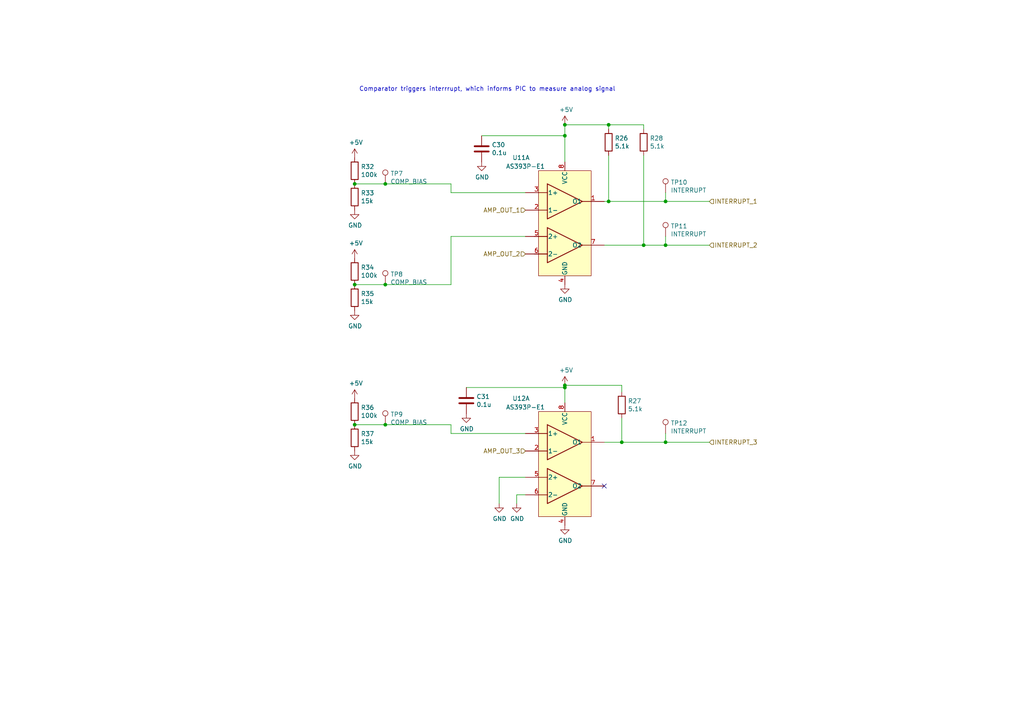
<source format=kicad_sch>
(kicad_sch (version 20211123) (generator eeschema)
  (paper "A4")
  (lib_symbols
    (symbol "Connector:TestPoint" (pin_numbers hide) (pin_names (offset 0.762) hide)
      (property "Reference" "TP" (at 0 6.858 0))
      (property "Value" "TestPoint" (at 0 5.08 0))
      (symbol "TestPoint_0_1"
        (circle (center 0 3.302) (radius 0.762))
      )
      (symbol "TestPoint_1_1"
        (pin passive line (at 0 0 90) (length 2.54) (name "1") (number "1"))
      )
    )
    (symbol "Device:C" (pin_numbers hide) (pin_names (offset 0.254))
      (property "Reference" "C" (at 0.635 2.54 0))
      (property "Value" "C" (at 0.635 -2.54 0))
      (symbol "C_0_1"
        (polyline (pts (xy -2.032 -0.762) (xy 2.032 -0.762)) (stroke (width 0.508)))
        (polyline (pts (xy -2.032 0.762) (xy 2.032 0.762)) (stroke (width 0.508)))
      )
      (symbol "C_1_1"
        (pin passive line (at 0 3.81 270) (length 2.794) (name "~") (number "1"))
        (pin passive line (at 0 -3.81 90) (length 2.794) (name "~") (number "2"))
      )
    )
    (symbol "Device:R" (pin_numbers hide) (pin_names (offset 0))
      (property "Reference" "R" (at 2.032 0 90))
      (property "Value" "R" (at 0 0 90))
      (symbol "R_0_1"
        (rectangle (start -1.016 -2.54) (end 1.016 2.54) (stroke (width 0.254)))
      )
      (symbol "R_1_1"
        (pin passive line (at 0 3.81 270) (length 1.27) (name "~") (number "1"))
        (pin passive line (at 0 -3.81 90) (length 1.27) (name "~") (number "2"))
      )
    )
    (symbol "canhw:AS393P-E1" (pin_names (offset 0.127))
      (property "Reference" "U" (at 6.35 19.05 0))
      (property "Value" "AS393P-E1" (at 11.43 16.51 0))
      (symbol "AS393P-E1_1_1"
        (rectangle (start -7.62 15.24) (end 7.62 -15.24) (fill (type background)))
        (polyline (pts (xy -8.89 -8.89) (xy -5.08 -8.89)))
        (polyline (pts (xy -8.89 -3.81) (xy -5.08 -3.81)))
        (polyline (pts (xy -5.08 -1.27) (xy 5.08 -6.35) (xy -5.08 -11.43) (xy -5.08 -1.27)) (stroke (width 0.254)) (fill (type background)))
        (polyline (pts (xy -5.08 11.43) (xy 5.08 6.35) (xy -5.08 1.27) (xy -5.08 11.43)) (stroke (width 0.254)) (fill (type background)))
        (pin open_collector line (at 11.43 6.35 180) (length 6.4008) (name "O1") (number "1"))
        (pin input line (at -11.43 3.81 0) (length 6.4008) (name "1-") (number "2"))
        (pin input line (at -11.43 8.89 0) (length 6.4008) (name "1+") (number "3"))
        (pin power_out line (at 0 -17.78 90) (length 2.54) (name "GND") (number "4"))
        (pin input line (at -11.43 -3.81 0) (length 6.4008) (name "2+") (number "5"))
        (pin input line (at -11.43 -8.89 0) (length 6.4008) (name "2-") (number "6"))
        (pin open_collector line (at 11.43 -6.35 180) (length 6.4008) (name "O2") (number "7"))
        (pin power_in line (at 0 17.78 270) (length 2.54) (name "VCC") (number "8"))
      )
      (symbol "AS393P-E1_2_1"
        (polyline (pts (xy -5.08 5.08) (xy 5.08 0) (xy -5.08 -5.08) (xy -5.08 5.08)) (stroke (width 0.254)) (fill (type background)))
        (pin input line (at -7.62 2.54 0) (length 2.54) (name "+") (number "5"))
        (pin input line (at -7.62 -2.54 0) (length 2.54) (name "_") (number "6"))
        (pin open_collector line (at 7.62 0 180) (length 2.54) (name "~") (number "7"))
      )
      (symbol "AS393P-E1_3_1"
        (pin power_in line (at -2.54 -7.62 90) (length 3.81) (name "V-") (number "4"))
        (pin power_in line (at -2.54 7.62 270) (length 3.81) (name "V+") (number "8"))
      )
    )
    (symbol "power:+5V" (power) (pin_names (offset 0))
      (property "Value" "+5V" (at 0 3.556 0))
      (symbol "+5V_0_1"
        (polyline (pts (xy -0.762 1.27) (xy 0 2.54)))
        (polyline (pts (xy 0 0) (xy 0 2.54)))
        (polyline (pts (xy 0 2.54) (xy 0.762 1.27)))
      )
      (symbol "+5V_1_1"
        (pin power_in line (at 0 0 90) (length 0) hide (name "+5V") (number "1"))
      )
    )
    (symbol "power:GND" (power) (pin_names (offset 0))
      (property "Value" "GND" (at 0 -3.81 0))
      (symbol "GND_0_1"
        (polyline (pts (xy 0 0) (xy 0 -1.27) (xy 1.27 -1.27) (xy 0 -2.54) (xy -1.27 -1.27) (xy 0 -1.27)))
      )
      (symbol "GND_1_1"
        (pin power_in line (at 0 0 270) (length 0) hide (name "GND") (number "1"))
      )
    )
  )
  (junction (at 111.76 53.34))
  (junction (at 176.53 36.195))
  (junction (at 163.83 39.37))
  (junction (at 111.76 82.55))
  (junction (at 176.53 58.42))
  (junction (at 193.04 128.27))
  (junction (at 163.83 112.395))
  (junction (at 111.76 123.19))
  (junction (at 180.34 128.27))
  (junction (at 193.04 58.42))
  (junction (at 163.83 36.195))
  (junction (at 102.87 53.34))
  (junction (at 102.87 82.55))
  (junction (at 163.83 111.76))
  (junction (at 186.69 71.12))
  (junction (at 102.87 123.19))
  (junction (at 193.04 71.12))
  (no_connect (at 175.26 140.97))
  (wire (pts (xy 176.53 45.085) (xy 176.53 58.42)))
  (wire (pts (xy 102.87 82.55) (xy 111.76 82.55)))
  (wire (pts (xy 180.34 128.27) (xy 193.04 128.27)))
  (wire (pts (xy 152.4 125.73) (xy 130.81 125.73)))
  (wire (pts (xy 175.26 128.27) (xy 180.34 128.27)))
  (wire (pts (xy 205.74 128.27) (xy 193.04 128.27)))
  (wire (pts (xy 130.81 68.58) (xy 130.81 82.55)))
  (wire (pts (xy 149.86 143.51) (xy 152.4 143.51)))
  (wire (pts (xy 149.86 146.05) (xy 149.86 143.51)))
  (wire (pts (xy 163.83 36.195) (xy 163.83 39.37)))
  (wire (pts (xy 130.81 125.73) (xy 130.81 123.19)))
  (wire (pts (xy 152.4 138.43) (xy 144.78 138.43)))
  (wire (pts (xy 102.87 123.19) (xy 111.76 123.19)))
  (wire (pts (xy 180.34 111.76) (xy 180.34 113.665)))
  (wire (pts (xy 102.87 53.34) (xy 111.76 53.34)))
  (wire (pts (xy 135.255 112.395) (xy 163.83 112.395)))
  (wire (pts (xy 176.53 36.195) (xy 186.69 36.195)))
  (wire (pts (xy 152.4 68.58) (xy 130.81 68.58)))
  (wire (pts (xy 144.78 138.43) (xy 144.78 146.05)))
  (wire (pts (xy 205.74 58.42) (xy 193.04 58.42)))
  (wire (pts (xy 130.81 53.34) (xy 130.81 55.88)))
  (wire (pts (xy 176.53 36.195) (xy 176.53 37.465)))
  (wire (pts (xy 163.83 36.195) (xy 176.53 36.195)))
  (wire (pts (xy 205.74 71.12) (xy 193.04 71.12)))
  (wire (pts (xy 163.83 116.84) (xy 163.83 112.395)))
  (wire (pts (xy 163.83 39.37) (xy 163.83 46.99)))
  (wire (pts (xy 130.81 55.88) (xy 152.4 55.88)))
  (wire (pts (xy 111.76 123.19) (xy 130.81 123.19)))
  (wire (pts (xy 175.26 71.12) (xy 186.69 71.12)))
  (wire (pts (xy 111.76 82.55) (xy 130.81 82.55)))
  (wire (pts (xy 193.04 68.58) (xy 193.04 71.12)))
  (wire (pts (xy 176.53 58.42) (xy 193.04 58.42)))
  (wire (pts (xy 186.69 71.12) (xy 193.04 71.12)))
  (wire (pts (xy 139.7 39.37) (xy 163.83 39.37)))
  (wire (pts (xy 193.04 125.73) (xy 193.04 128.27)))
  (wire (pts (xy 163.83 111.76) (xy 180.34 111.76)))
  (wire (pts (xy 186.69 36.195) (xy 186.69 37.465)))
  (wire (pts (xy 186.69 45.085) (xy 186.69 71.12)))
  (wire (pts (xy 180.34 121.285) (xy 180.34 128.27)))
  (wire (pts (xy 111.76 53.34) (xy 130.81 53.34)))
  (wire (pts (xy 193.04 55.88) (xy 193.04 58.42)))
  (wire (pts (xy 175.26 58.42) (xy 176.53 58.42)))
  (wire (pts (xy 163.83 112.395) (xy 163.83 111.76)))
  (text "Comparator triggers interrrupt, which informs PIC to measure analog signal" (at 104.14 26.67 0) (effects (font (size 1.27 1.27)) (justify left bottom)))
  (hierarchical_label "AMP_OUT_1" (shape input) (at 152.4 60.96 180))
  (hierarchical_label "AMP_OUT_3" (shape input) (at 152.4 130.81 180))
  (hierarchical_label "INTERRUPT_3" (shape input) (at 205.74 128.27 0))
  (hierarchical_label "INTERRUPT_2" (shape input) (at 205.74 71.12 0))
  (hierarchical_label "INTERRUPT_1" (shape input) (at 205.74 58.42 0))
  (hierarchical_label "AMP_OUT_2" (shape input) (at 152.4 73.66 180))
  (symbol (lib_id "canhw:AS393P-E1") (at 163.83 64.77 0) (unit 1)
    (property "Reference" "U11" (at 151.13 45.72 0))
    (property "Value" "AS393P-E1" (at 152.4 48.26 0))
    (property "Footprint" "Package_DIP:DIP-8_W7.62mm" (effects hide))
    (property "Datasheet" "https://datasheet.octopart.com/AS393P-E1-Diodes-Inc.-datasheet-24967545.pdf" (effects hide))
  )
  (symbol (lib_id "Connector:TestPoint") (at 193.04 55.88 0) (unit 1)
    (property "Reference" "TP10" (at 194.5132 52.8828 0) (effects (justify left)))
    (property "Value" "INTERRUPT" (at 194.5132 55.1942 0) (effects (justify left)))
    (property "Footprint" "Connector_PinHeader_2.54mm:PinHeader_1x01_P2.54mm_Vertical" (effects hide))
  )
  (symbol (lib_id "Connector:TestPoint") (at 193.04 68.58 0) (unit 1)
    (property "Reference" "TP11" (at 194.5132 65.5828 0) (effects (justify left)))
    (property "Value" "INTERRUPT" (at 194.5132 67.8942 0) (effects (justify left)))
    (property "Footprint" "Connector_PinHeader_2.54mm:PinHeader_1x01_P2.54mm_Vertical" (effects hide))
  )
  (symbol (lib_id "power:+5V") (at 163.83 36.195 0) (unit 1)
    (property "Reference" "#PWR057" (effects hide))
    (property "Value" "+5V" (at 164.211 31.8008 0))
  )
  (symbol (lib_id "Device:C") (at 139.7 43.18 0) (unit 1)
    (property "Reference" "C30" (at 142.621 42.0116 0) (effects (justify left)))
    (property "Value" "0.1u" (at 142.621 44.323 0) (effects (justify left)))
    (property "Footprint" "Capacitor_SMD:C_0805_2012Metric_Pad1.15x1.40mm_HandSolder" (effects hide))
  )
  (symbol (lib_id "power:GND") (at 139.7 46.99 0) (unit 1)
    (property "Reference" "#PWR061" (effects hide))
    (property "Value" "GND" (at 139.827 51.3842 0))
  )
  (symbol (lib_id "Device:R") (at 102.87 57.15 0) (unit 1)
    (property "Reference" "R33" (at 104.648 55.9816 0) (effects (justify left)))
    (property "Value" "15k" (at 104.648 58.293 0) (effects (justify left)))
    (property "Footprint" "Resistor_SMD:R_0805_2012Metric_Pad1.15x1.40mm_HandSolder" (effects hide))
  )
  (symbol (lib_id "Device:R") (at 102.87 49.53 0) (unit 1)
    (property "Reference" "R32" (at 104.648 48.3616 0) (effects (justify left)))
    (property "Value" "100k" (at 104.648 50.673 0) (effects (justify left)))
    (property "Footprint" "Resistor_SMD:R_0805_2012Metric_Pad1.15x1.40mm_HandSolder" (effects hide))
  )
  (symbol (lib_id "power:GND") (at 102.87 60.96 0) (unit 1)
    (property "Reference" "#PWR052" (effects hide))
    (property "Value" "GND" (at 102.997 65.3542 0))
  )
  (symbol (lib_id "power:+5V") (at 102.87 45.72 0) (unit 1)
    (property "Reference" "#PWR051" (effects hide))
    (property "Value" "+5V" (at 103.251 41.3258 0))
  )
  (symbol (lib_id "Connector:TestPoint") (at 111.76 53.34 0) (unit 1)
    (property "Reference" "TP7" (at 113.2332 50.3428 0) (effects (justify left)))
    (property "Value" "COMP_BIAS" (at 113.2332 52.6542 0) (effects (justify left)))
    (property "Footprint" "Connector_PinHeader_2.54mm:PinHeader_1x01_P2.54mm_Vertical" (effects hide))
  )
  (symbol (lib_id "Device:R") (at 102.87 86.36 0) (unit 1)
    (property "Reference" "R35" (at 104.648 85.1916 0) (effects (justify left)))
    (property "Value" "15k" (at 104.648 87.503 0) (effects (justify left)))
    (property "Footprint" "Resistor_SMD:R_0805_2012Metric_Pad1.15x1.40mm_HandSolder" (effects hide))
  )
  (symbol (lib_id "Device:R") (at 102.87 78.74 0) (unit 1)
    (property "Reference" "R34" (at 104.648 77.5716 0) (effects (justify left)))
    (property "Value" "100k" (at 104.648 79.883 0) (effects (justify left)))
    (property "Footprint" "Resistor_SMD:R_0805_2012Metric_Pad1.15x1.40mm_HandSolder" (effects hide))
  )
  (symbol (lib_id "power:GND") (at 102.87 90.17 0) (unit 1)
    (property "Reference" "#PWR054" (effects hide))
    (property "Value" "GND" (at 102.997 94.5642 0))
  )
  (symbol (lib_id "power:+5V") (at 102.87 74.93 0) (unit 1)
    (property "Reference" "#PWR053" (effects hide))
    (property "Value" "+5V" (at 103.251 70.5358 0))
  )
  (symbol (lib_id "Connector:TestPoint") (at 111.76 82.55 0) (unit 1)
    (property "Reference" "TP8" (at 113.2332 79.5528 0) (effects (justify left)))
    (property "Value" "COMP_BIAS" (at 113.2332 81.8642 0) (effects (justify left)))
    (property "Footprint" "Connector_PinHeader_2.54mm:PinHeader_1x01_P2.54mm_Vertical" (effects hide))
  )
  (symbol (lib_id "canhw:AS393P-E1") (at 163.83 134.62 0) (unit 1)
    (property "Reference" "U12" (at 151.13 115.57 0))
    (property "Value" "AS393P-E1" (at 152.4 118.11 0))
    (property "Footprint" "Package_DIP:DIP-8_W7.62mm" (effects hide))
    (property "Datasheet" "https://datasheet.octopart.com/AS393P-E1-Diodes-Inc.-datasheet-24967545.pdf" (effects hide))
  )
  (symbol (lib_id "Connector:TestPoint") (at 193.04 125.73 0) (unit 1)
    (property "Reference" "TP12" (at 194.5132 122.7328 0) (effects (justify left)))
    (property "Value" "INTERRUPT" (at 194.5132 125.0442 0) (effects (justify left)))
    (property "Footprint" "Connector_PinHeader_2.54mm:PinHeader_1x01_P2.54mm_Vertical" (effects hide))
  )
  (symbol (lib_id "power:+5V") (at 163.83 111.76 0) (unit 1)
    (property "Reference" "#PWR059" (effects hide))
    (property "Value" "+5V" (at 164.211 107.3658 0))
  )
  (symbol (lib_id "Device:C") (at 135.255 116.205 0) (unit 1)
    (property "Reference" "C31" (at 138.176 115.0366 0) (effects (justify left)))
    (property "Value" "0.1u" (at 138.176 117.348 0) (effects (justify left)))
    (property "Footprint" "Capacitor_SMD:C_0805_2012Metric_Pad1.15x1.40mm_HandSolder" (effects hide))
  )
  (symbol (lib_id "power:GND") (at 135.255 120.015 0) (unit 1)
    (property "Reference" "#PWR062" (effects hide))
    (property "Value" "GND" (at 135.382 124.4092 0))
  )
  (symbol (lib_id "Device:R") (at 102.87 127 0) (unit 1)
    (property "Reference" "R37" (at 104.648 125.8316 0) (effects (justify left)))
    (property "Value" "15k" (at 104.648 128.143 0) (effects (justify left)))
    (property "Footprint" "Resistor_SMD:R_0805_2012Metric_Pad1.15x1.40mm_HandSolder" (effects hide))
  )
  (symbol (lib_id "Device:R") (at 102.87 119.38 0) (unit 1)
    (property "Reference" "R36" (at 104.648 118.2116 0) (effects (justify left)))
    (property "Value" "100k" (at 104.648 120.523 0) (effects (justify left)))
    (property "Footprint" "Resistor_SMD:R_0805_2012Metric_Pad1.15x1.40mm_HandSolder" (effects hide))
  )
  (symbol (lib_id "power:GND") (at 102.87 130.81 0) (unit 1)
    (property "Reference" "#PWR056" (effects hide))
    (property "Value" "GND" (at 102.997 135.2042 0))
  )
  (symbol (lib_id "power:+5V") (at 102.87 115.57 0) (unit 1)
    (property "Reference" "#PWR055" (effects hide))
    (property "Value" "+5V" (at 103.251 111.1758 0))
  )
  (symbol (lib_id "Connector:TestPoint") (at 111.76 123.19 0) (unit 1)
    (property "Reference" "TP9" (at 113.2332 120.1928 0) (effects (justify left)))
    (property "Value" "COMP_BIAS" (at 113.2332 122.5042 0) (effects (justify left)))
    (property "Footprint" "Connector_PinHeader_2.54mm:PinHeader_1x01_P2.54mm_Vertical" (effects hide))
  )
  (symbol (lib_id "power:GND") (at 163.83 152.4 0) (unit 1)
    (property "Reference" "#PWR060" (effects hide))
    (property "Value" "GND" (at 163.957 156.7942 0))
  )
  (symbol (lib_id "power:GND") (at 163.83 82.55 0) (unit 1)
    (property "Reference" "#PWR0104" (effects hide))
    (property "Value" "GND" (at 163.957 86.9442 0))
  )
  (symbol (lib_id "power:GND") (at 149.86 146.05 0) (unit 1)
    (property "Reference" "#PWR0108" (effects hide))
    (property "Value" "GND" (at 149.987 150.4442 0))
  )
  (symbol (lib_id "power:GND") (at 144.78 146.05 0) (unit 1)
    (property "Reference" "#PWR0111" (effects hide))
    (property "Value" "GND" (at 144.907 150.4442 0))
  )
  (symbol (lib_id "Device:R") (at 176.53 41.275 0) (unit 1)
    (property "Reference" "R26" (at 178.308 40.1066 0) (effects (justify left)))
    (property "Value" "5.1k" (at 178.308 42.418 0) (effects (justify left)))
    (property "Footprint" "Resistor_SMD:R_0805_2012Metric_Pad1.15x1.40mm_HandSolder" (effects hide))
  )
  (symbol (lib_id "Device:R") (at 186.69 41.275 0) (unit 1)
    (property "Reference" "R28" (at 188.468 40.1066 0) (effects (justify left)))
    (property "Value" "5.1k" (at 188.468 42.418 0) (effects (justify left)))
    (property "Footprint" "Resistor_SMD:R_0805_2012Metric_Pad1.15x1.40mm_HandSolder" (effects hide))
  )
  (symbol (lib_id "Device:R") (at 180.34 117.475 0) (unit 1)
    (property "Reference" "R27" (at 182.118 116.3066 0) (effects (justify left)))
    (property "Value" "5.1k" (at 182.118 118.618 0) (effects (justify left)))
    (property "Footprint" "Resistor_SMD:R_0805_2012Metric_Pad1.15x1.40mm_HandSolder" (effects hide))
  )
)
</source>
